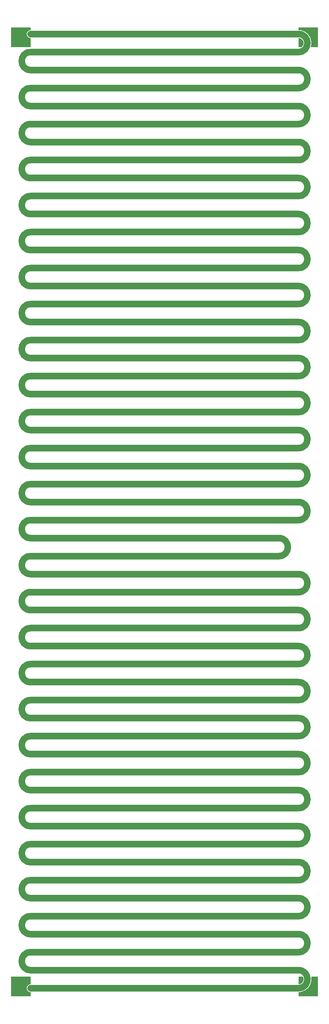
<source format=gbr>
%TF.GenerationSoftware,KiCad,Pcbnew,(6.0.4)*%
%TF.CreationDate,2022-11-15T14:34:14+02:00*%
%TF.ProjectId,pcb_heater_element,7063625f-6865-4617-9465-725f656c656d,rev?*%
%TF.SameCoordinates,Original*%
%TF.FileFunction,Copper,L1,Top*%
%TF.FilePolarity,Positive*%
%FSLAX46Y46*%
G04 Gerber Fmt 4.6, Leading zero omitted, Abs format (unit mm)*
G04 Created by KiCad (PCBNEW (6.0.4)) date 2022-11-15 14:34:14*
%MOMM*%
%LPD*%
G01*
G04 APERTURE LIST*
%TA.AperFunction,NonConductor*%
%ADD10C,2.000000*%
%TD*%
%TA.AperFunction,Conductor*%
%ADD11C,2.000000*%
%TD*%
G04 APERTURE END LIST*
D10*
X202750000Y-275500000D02*
G75*
G03*
X202750000Y-270000000I0J2750000D01*
G01*
X202750000Y-154500000D02*
G75*
G03*
X202750000Y-149000000I0J2750000D01*
G01*
X120750000Y-231500000D02*
G75*
G03*
X120750000Y-237000000I0J-2750000D01*
G01*
X202750000Y-308500000D02*
G75*
G03*
X202750000Y-303000000I0J2750000D01*
G01*
X196750000Y-220500000D02*
G75*
G03*
X196750000Y-215000000I0J2750000D01*
G01*
X120750000Y-77500000D02*
G75*
G03*
X120750000Y-83000000I0J-2750000D01*
G01*
X120750000Y-154500000D02*
G75*
G03*
X120750000Y-160000000I0J-2750000D01*
G01*
X202750000Y-319500000D02*
G75*
G03*
X202750000Y-314000000I0J2750000D01*
G01*
X120750000Y-209500000D02*
G75*
G03*
X120750000Y-215000000I0J-2750000D01*
G01*
X120750000Y-286500000D02*
G75*
G03*
X120750000Y-292000000I0J-2750000D01*
G01*
X202750000Y-352500000D02*
G75*
G03*
X202750000Y-347000000I0J2750000D01*
G01*
X120750000Y-99500000D02*
G75*
G03*
X120750000Y-105000000I0J-2750000D01*
G01*
X202750000Y-242500000D02*
G75*
G03*
X202750000Y-237000000I0J2750000D01*
G01*
X120750000Y-264500000D02*
G75*
G03*
X120750000Y-270000000I0J-2750000D01*
G01*
X120750000Y-253500000D02*
G75*
G03*
X120750000Y-259000000I0J-2750000D01*
G01*
X120750000Y-308500000D02*
G75*
G03*
X120750000Y-314000000I0J-2750000D01*
G01*
X120750000Y-66500000D02*
G75*
G03*
X120750000Y-72000000I0J-2750000D01*
G01*
X202750000Y-286500000D02*
G75*
G03*
X202750000Y-281000000I0J2750000D01*
G01*
X202750000Y-231500000D02*
G75*
G03*
X202750000Y-226000000I0J2750000D01*
G01*
X202750000Y-165500000D02*
G75*
G03*
X202750000Y-160000000I0J2750000D01*
G01*
X120750000Y-187500000D02*
G75*
G03*
X120750000Y-193000000I0J-2750000D01*
G01*
X202750000Y-176500000D02*
G75*
G03*
X202750000Y-171000000I0J2750000D01*
G01*
X120750000Y-198500000D02*
G75*
G03*
X120750000Y-204000000I0J-2750000D01*
G01*
X202750000Y-198500000D02*
G75*
G03*
X202750000Y-193000000I0J2750000D01*
G01*
X120750000Y-110500000D02*
G75*
G03*
X120750000Y-116000000I0J-2750000D01*
G01*
X202750000Y-209500000D02*
G75*
G03*
X202750000Y-204000000I0J2750000D01*
G01*
X202750000Y-77500000D02*
G75*
G03*
X202750000Y-72000000I0J2750000D01*
G01*
X120750000Y-143500000D02*
G75*
G03*
X120750000Y-149000000I0J-2750000D01*
G01*
X120750000Y-297500000D02*
G75*
G03*
X120750000Y-303000000I0J-2750000D01*
G01*
X120750000Y-330500000D02*
G75*
G03*
X120750000Y-336000000I0J-2750000D01*
G01*
X120750000Y-165500000D02*
G75*
G03*
X120750000Y-171000000I0J-2750000D01*
G01*
X120750000Y-319500000D02*
G75*
G03*
X120750000Y-325000000I0J-2750000D01*
G01*
X202750000Y-88500000D02*
G75*
G03*
X202750000Y-83000000I0J2750000D01*
G01*
X202750000Y-143500000D02*
G75*
G03*
X202750000Y-138000000I0J2750000D01*
G01*
X120750000Y-88500000D02*
G75*
G03*
X120750000Y-94000000I0J-2750000D01*
G01*
X202750000Y-187500000D02*
G75*
G03*
X202750000Y-182000000I0J2750000D01*
G01*
X202750000Y-99500000D02*
G75*
G03*
X202750000Y-94000000I0J2750000D01*
G01*
X202750000Y-132500000D02*
G75*
G03*
X202750000Y-127000000I0J2750000D01*
G01*
X120750000Y-341500000D02*
G75*
G03*
X120750000Y-347000000I0J-2750000D01*
G01*
X202750000Y-66500000D02*
G75*
G03*
X202750000Y-61000000I0J2750000D01*
G01*
X202750000Y-110500000D02*
G75*
G03*
X202750000Y-105000000I0J2750000D01*
G01*
X120750000Y-275500000D02*
G75*
G03*
X120750000Y-281000000I0J-2750000D01*
G01*
X120750000Y-220500000D02*
G75*
G03*
X120750000Y-226000000I0J-2750000D01*
G01*
X202750000Y-253500000D02*
G75*
G03*
X202750000Y-248000000I0J2750000D01*
G01*
X120750000Y-121500000D02*
G75*
G03*
X120750000Y-127000000I0J-2750000D01*
G01*
X120750000Y-132500000D02*
G75*
G03*
X120750000Y-138000000I0J-2750000D01*
G01*
X202750000Y-297500000D02*
G75*
G03*
X202750000Y-292000000I0J2750000D01*
G01*
X202750000Y-264500000D02*
G75*
G03*
X202750000Y-259000000I0J2750000D01*
G01*
X120750000Y-242500000D02*
G75*
G03*
X120750000Y-248000000I0J-2750000D01*
G01*
X120750000Y-176500000D02*
G75*
G03*
X120750000Y-182000000I0J-2750000D01*
G01*
X202750000Y-341500000D02*
G75*
G03*
X202750000Y-336000000I0J2750000D01*
G01*
X202750000Y-330500000D02*
G75*
G03*
X202750000Y-325000000I0J2750000D01*
G01*
X202750000Y-121500000D02*
G75*
G03*
X202750000Y-116000000I0J2750000D01*
G01*
D11*
%TO.N,*%
X202750000Y-336000000D02*
X120750000Y-336000000D01*
X120750000Y-264500000D02*
X202750000Y-264500000D01*
X120750000Y-110500000D02*
X202750000Y-110500000D01*
X202750000Y-292000000D02*
X120750000Y-292000000D01*
X120750000Y-352500000D02*
X202750000Y-352500000D01*
X120750000Y-231500000D02*
X202750000Y-231500000D01*
X202750000Y-160000000D02*
X120750000Y-160000000D01*
X120750000Y-99500000D02*
X202750000Y-99500000D01*
X202750000Y-72000000D02*
X120750000Y-72000000D01*
X120750000Y-154500000D02*
X202750000Y-154500000D01*
X120750000Y-132500000D02*
X202750000Y-132500000D01*
X120750000Y-66500000D02*
X202750000Y-66500000D01*
X120750000Y-319500000D02*
X202750000Y-319500000D01*
X202750000Y-61000000D02*
X120750000Y-61000000D01*
X196750000Y-215000000D02*
X120750000Y-215000000D01*
X202750000Y-314000000D02*
X120750000Y-314000000D01*
X202750000Y-94000000D02*
X120750000Y-94000000D01*
X202750000Y-281000000D02*
X120750000Y-281000000D01*
X202750000Y-105000000D02*
X120750000Y-105000000D01*
X202750000Y-204000000D02*
X120750000Y-204000000D01*
X202750000Y-83000000D02*
X120750000Y-83000000D01*
X120750000Y-176500000D02*
X202750000Y-176500000D01*
X120750000Y-275500000D02*
X202750000Y-275500000D01*
X120750000Y-198500000D02*
X202750000Y-198500000D01*
X120750000Y-143500000D02*
X202750000Y-143500000D01*
X120750000Y-341500000D02*
X202750000Y-341500000D01*
X202750000Y-182000000D02*
X120750000Y-182000000D01*
X202750000Y-325000000D02*
X120750000Y-325000000D01*
X120750000Y-77500000D02*
X202750000Y-77500000D01*
X202750000Y-226000000D02*
X120750000Y-226000000D01*
X202750000Y-248000000D02*
X120750000Y-248000000D01*
X120750000Y-209500000D02*
X202750000Y-209500000D01*
X120750000Y-297500000D02*
X202750000Y-297500000D01*
X202750000Y-347000000D02*
X120750000Y-347000000D01*
X202750000Y-237000000D02*
X120750000Y-237000000D01*
X202750000Y-171000000D02*
X120750000Y-171000000D01*
X120750000Y-308500000D02*
X202750000Y-308500000D01*
X202750000Y-303000000D02*
X120750000Y-303000000D01*
X202750000Y-193000000D02*
X120750000Y-193000000D01*
X202750000Y-259000000D02*
X120750000Y-259000000D01*
X120750000Y-88500000D02*
X202750000Y-88500000D01*
X202750000Y-138000000D02*
X120750000Y-138000000D01*
X120750000Y-330500000D02*
X202750000Y-330500000D01*
X202750000Y-127000000D02*
X120750000Y-127000000D01*
X202750000Y-116000000D02*
X120750000Y-116000000D01*
X120750000Y-286500000D02*
X202750000Y-286500000D01*
X120750000Y-187500000D02*
X202750000Y-187500000D01*
X202750000Y-149000000D02*
X120750000Y-149000000D01*
X120750000Y-242500000D02*
X202750000Y-242500000D01*
X202750000Y-270000000D02*
X120750000Y-270000000D01*
X120750000Y-165500000D02*
X202750000Y-165500000D01*
X120750000Y-121500000D02*
X202750000Y-121500000D01*
X196750000Y-220500000D02*
X120750000Y-220500000D01*
X120750000Y-253500000D02*
X202750000Y-253500000D01*
%TD*%
%TA.AperFunction,NonConductor*%
G36*
X204092775Y-349020002D02*
G01*
X204138176Y-349071331D01*
X204188293Y-349175400D01*
X204195173Y-349192930D01*
X204257867Y-349396178D01*
X204262058Y-349414538D01*
X204293760Y-349624871D01*
X204295167Y-349643650D01*
X204295167Y-349856350D01*
X204293760Y-349875129D01*
X204262058Y-350085462D01*
X204257867Y-350103822D01*
X204195173Y-350307070D01*
X204188293Y-350324601D01*
X204096001Y-350516246D01*
X204086585Y-350532554D01*
X203966770Y-350708291D01*
X203955029Y-350723015D01*
X203810347Y-350878946D01*
X203796542Y-350891754D01*
X203788518Y-350898153D01*
X203630246Y-351024370D01*
X203614687Y-351034978D01*
X203430481Y-351141329D01*
X203413514Y-351149500D01*
X203215513Y-351227210D01*
X203197517Y-351232761D01*
X202990149Y-351280091D01*
X202971529Y-351282898D01*
X202927313Y-351286212D01*
X202885416Y-351289352D01*
X202815992Y-351274497D01*
X202765619Y-351224466D01*
X202750000Y-351163704D01*
X202750000Y-349126000D01*
X202770002Y-349057879D01*
X202823658Y-349011386D01*
X202876000Y-349000000D01*
X204024654Y-349000000D01*
X204092775Y-349020002D01*
G37*
%TD.AperFunction*%
%TA.AperFunction,NonConductor*%
G36*
X208692121Y-349020002D02*
G01*
X208738614Y-349073658D01*
X208750000Y-349126000D01*
X208749999Y-354874000D01*
X208729997Y-354942121D01*
X208676341Y-354988614D01*
X208623999Y-355000000D01*
X202876000Y-355000000D01*
X202807879Y-354979998D01*
X202761386Y-354926342D01*
X202750000Y-354874000D01*
X202750000Y-353825226D01*
X202770002Y-353757105D01*
X202823658Y-353710612D01*
X202869817Y-353699378D01*
X203134594Y-353686370D01*
X203134598Y-353686370D01*
X203137684Y-353686218D01*
X203521634Y-353629265D01*
X203898153Y-353534952D01*
X204263614Y-353404187D01*
X204614499Y-353238231D01*
X204663837Y-353208659D01*
X204944777Y-353040271D01*
X204944786Y-353040265D01*
X204947427Y-353038682D01*
X205259193Y-352807460D01*
X205546794Y-352546794D01*
X205807460Y-352259193D01*
X206038682Y-351947427D01*
X206040265Y-351944786D01*
X206040271Y-351944777D01*
X206236648Y-351617140D01*
X206238231Y-351614499D01*
X206305619Y-351472020D01*
X206402867Y-351266405D01*
X206402867Y-351266404D01*
X206404187Y-351263614D01*
X206534952Y-350898153D01*
X206629265Y-350521634D01*
X206686218Y-350137684D01*
X206705264Y-349750000D01*
X206686218Y-349362316D01*
X206685764Y-349359255D01*
X206653907Y-349144488D01*
X206663697Y-349074169D01*
X206709950Y-349020307D01*
X206778543Y-349000000D01*
X208624000Y-349000000D01*
X208692121Y-349020002D01*
G37*
%TD.AperFunction*%
%TA.AperFunction,NonConductor*%
G36*
X120692121Y-349020002D02*
G01*
X120738614Y-349073658D01*
X120750000Y-349126000D01*
X120750000Y-351179405D01*
X120729998Y-351247526D01*
X120676342Y-351294019D01*
X120635531Y-351304875D01*
X120530289Y-351314546D01*
X120524727Y-351316115D01*
X120524725Y-351316115D01*
X120424112Y-351344491D01*
X120317936Y-351374435D01*
X120120053Y-351472020D01*
X120115427Y-351475474D01*
X120115426Y-351475475D01*
X119947891Y-351600580D01*
X119943267Y-351604033D01*
X119793499Y-351766051D01*
X119675764Y-351952650D01*
X119594006Y-352157579D01*
X119550962Y-352373976D01*
X119550886Y-352379751D01*
X119550886Y-352379755D01*
X119549437Y-352490496D01*
X119548074Y-352594594D01*
X119549053Y-352600291D01*
X119549053Y-352600292D01*
X119553475Y-352626024D01*
X119585438Y-352812043D01*
X119661804Y-353019043D01*
X119774614Y-353208659D01*
X119920090Y-353374543D01*
X120093360Y-353511137D01*
X120288620Y-353613869D01*
X120499333Y-353679297D01*
X120638811Y-353695805D01*
X120704107Y-353723675D01*
X120743971Y-353782424D01*
X120750000Y-353820932D01*
X120750000Y-354874000D01*
X120729998Y-354942121D01*
X120676342Y-354988614D01*
X120624000Y-355000000D01*
X114876000Y-355000000D01*
X114807879Y-354979998D01*
X114761386Y-354926342D01*
X114750000Y-354874000D01*
X114750000Y-349126000D01*
X114770002Y-349057879D01*
X114823658Y-349011386D01*
X114876000Y-349000000D01*
X120624000Y-349000000D01*
X120692121Y-349020002D01*
G37*
%TD.AperFunction*%
%TA.AperFunction,NonConductor*%
G36*
X120692121Y-59020002D02*
G01*
X120738614Y-59073658D01*
X120750000Y-59126000D01*
X120750000Y-59679405D01*
X120729998Y-59747526D01*
X120676342Y-59794019D01*
X120635531Y-59804875D01*
X120530289Y-59814546D01*
X120524727Y-59816115D01*
X120524725Y-59816115D01*
X120424112Y-59844491D01*
X120317936Y-59874435D01*
X120120053Y-59972020D01*
X120115427Y-59975474D01*
X120115426Y-59975475D01*
X119947891Y-60100580D01*
X119943267Y-60104033D01*
X119793499Y-60266051D01*
X119675764Y-60452650D01*
X119594006Y-60657579D01*
X119550962Y-60873976D01*
X119550886Y-60879751D01*
X119550886Y-60879755D01*
X119549437Y-60990496D01*
X119548074Y-61094594D01*
X119549053Y-61100291D01*
X119549053Y-61100292D01*
X119553475Y-61126024D01*
X119585438Y-61312043D01*
X119661804Y-61519043D01*
X119774614Y-61708659D01*
X119920090Y-61874543D01*
X120093360Y-62011137D01*
X120288620Y-62113869D01*
X120499333Y-62179297D01*
X120638811Y-62195805D01*
X120704107Y-62223675D01*
X120743971Y-62282424D01*
X120750000Y-62320932D01*
X120750000Y-64874000D01*
X120729998Y-64942121D01*
X120676342Y-64988614D01*
X120624000Y-65000000D01*
X114876000Y-65000000D01*
X114807879Y-64979998D01*
X114761386Y-64926342D01*
X114750000Y-64874000D01*
X114750000Y-59126000D01*
X114770002Y-59057879D01*
X114823658Y-59011386D01*
X114876000Y-59000000D01*
X120624000Y-59000000D01*
X120692121Y-59020002D01*
G37*
%TD.AperFunction*%
%TA.AperFunction,NonConductor*%
G36*
X208692121Y-59020002D02*
G01*
X208738614Y-59073658D01*
X208750000Y-59126000D01*
X208750000Y-64874000D01*
X208729998Y-64942121D01*
X208676342Y-64988614D01*
X208624000Y-65000000D01*
X206670895Y-65000000D01*
X206602774Y-64979998D01*
X206556281Y-64926342D01*
X206546177Y-64856068D01*
X206548671Y-64843385D01*
X206628515Y-64524628D01*
X206629265Y-64521634D01*
X206686218Y-64137684D01*
X206705264Y-63750000D01*
X206686218Y-63362316D01*
X206629265Y-62978366D01*
X206534952Y-62601847D01*
X206404187Y-62236386D01*
X206238231Y-61885501D01*
X206223116Y-61860283D01*
X206040271Y-61555223D01*
X206040265Y-61555214D01*
X206038682Y-61552573D01*
X206013814Y-61519043D01*
X205809307Y-61243297D01*
X205809304Y-61243293D01*
X205807460Y-61240807D01*
X205546794Y-60953206D01*
X205259193Y-60692540D01*
X204947427Y-60461318D01*
X204944786Y-60459735D01*
X204944777Y-60459729D01*
X204617140Y-60263352D01*
X204617141Y-60263352D01*
X204614499Y-60261769D01*
X204263614Y-60095813D01*
X203898153Y-59965048D01*
X203521634Y-59870735D01*
X203137684Y-59813782D01*
X203134598Y-59813630D01*
X203134594Y-59813630D01*
X202869817Y-59800622D01*
X202802760Y-59777302D01*
X202758956Y-59721429D01*
X202750000Y-59674774D01*
X202750000Y-59126000D01*
X202770002Y-59057879D01*
X202823658Y-59011386D01*
X202876000Y-59000000D01*
X208624000Y-59000000D01*
X208692121Y-59020002D01*
G37*
%TD.AperFunction*%
%TA.AperFunction,NonConductor*%
G36*
X202933375Y-62214242D02*
G01*
X202971529Y-62217102D01*
X202990149Y-62219909D01*
X203197517Y-62267239D01*
X203215513Y-62272790D01*
X203413514Y-62350500D01*
X203430481Y-62358671D01*
X203614687Y-62465022D01*
X203630247Y-62475630D01*
X203792288Y-62604853D01*
X203796541Y-62608245D01*
X203810347Y-62621054D01*
X203955029Y-62776985D01*
X203966770Y-62791709D01*
X204086585Y-62967446D01*
X204096001Y-62983754D01*
X204188293Y-63175399D01*
X204195173Y-63192930D01*
X204257867Y-63396178D01*
X204262058Y-63414538D01*
X204293760Y-63624871D01*
X204295167Y-63643650D01*
X204295167Y-63856350D01*
X204293760Y-63875129D01*
X204262058Y-64085462D01*
X204257867Y-64103822D01*
X204195173Y-64307070D01*
X204188293Y-64324601D01*
X204096001Y-64516246D01*
X204086585Y-64532554D01*
X203966770Y-64708291D01*
X203955029Y-64723015D01*
X203810347Y-64878946D01*
X203796541Y-64891755D01*
X203695275Y-64972511D01*
X203629545Y-64999345D01*
X203616716Y-65000000D01*
X202876000Y-65000000D01*
X202807879Y-64979998D01*
X202761386Y-64926342D01*
X202750000Y-64874000D01*
X202750000Y-62336296D01*
X202770002Y-62268175D01*
X202823658Y-62221682D01*
X202885415Y-62210648D01*
X202933375Y-62214242D01*
G37*
%TD.AperFunction*%
M02*

</source>
